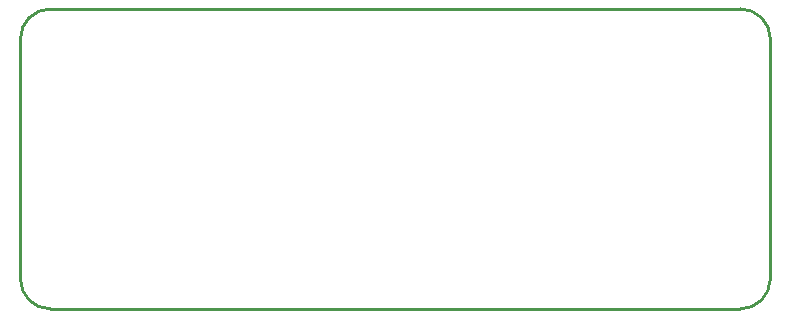
<source format=gbr>
%TF.GenerationSoftware,Altium Limited,Altium Designer,22.9.1 (49)*%
G04 Layer_Color=16711935*
%FSLAX26Y26*%
%MOIN*%
%TF.SameCoordinates,1DAB686F-CFF3-4EBC-B241-DE3F9B15245D*%
%TF.FilePolarity,Positive*%
%TF.FileFunction,Keep-out,Top*%
%TF.Part,Single*%
G01*
G75*
%TA.AperFunction,NonConductor*%
%ADD29C,0.010000*%
D29*
X5000000Y2900000D02*
G03*
X4900000Y3000000I-100000J0D01*
G01*
Y2000000D02*
G03*
X5000000Y2100000I0J100000D01*
G01*
X2500000D02*
G03*
X2600000Y2000000I100000J0D01*
G01*
Y3000000D02*
G03*
X2500000Y2900000I0J-100000D01*
G01*
Y2100000D02*
Y2900000D01*
X2600000Y2000000D02*
X4900000D01*
X5000000Y2100000D02*
Y2900000D01*
X2600000Y3000000D02*
X4900000D01*
%TF.MD5,be21ffacb64ca2465c421b59eb568e97*%
M02*

</source>
